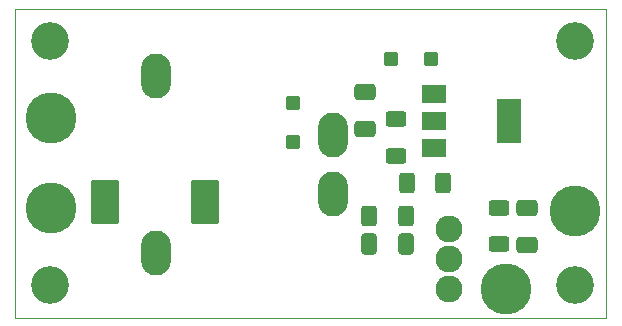
<source format=gbr>
%TF.GenerationSoftware,KiCad,Pcbnew,8.0.0~rc1*%
%TF.CreationDate,2024-01-16T05:38:03-05:00*%
%TF.ProjectId,VTVMbattElim,5654564d-6261-4747-9445-6c696d2e6b69,rev?*%
%TF.SameCoordinates,PX68860e8PY35c5de8*%
%TF.FileFunction,Soldermask,Bot*%
%TF.FilePolarity,Negative*%
%FSLAX46Y46*%
G04 Gerber Fmt 4.6, Leading zero omitted, Abs format (unit mm)*
G04 Created by KiCad (PCBNEW 8.0.0~rc1) date 2024-01-16 05:38:03*
%MOMM*%
%LPD*%
G01*
G04 APERTURE LIST*
G04 Aperture macros list*
%AMRoundRect*
0 Rectangle with rounded corners*
0 $1 Rounding radius*
0 $2 $3 $4 $5 $6 $7 $8 $9 X,Y pos of 4 corners*
0 Add a 4 corners polygon primitive as box body*
4,1,4,$2,$3,$4,$5,$6,$7,$8,$9,$2,$3,0*
0 Add four circle primitives for the rounded corners*
1,1,$1+$1,$2,$3*
1,1,$1+$1,$4,$5*
1,1,$1+$1,$6,$7*
1,1,$1+$1,$8,$9*
0 Add four rect primitives between the rounded corners*
20,1,$1+$1,$2,$3,$4,$5,0*
20,1,$1+$1,$4,$5,$6,$7,0*
20,1,$1+$1,$6,$7,$8,$9,0*
20,1,$1+$1,$8,$9,$2,$3,0*%
G04 Aperture macros list end*
%ADD10C,3.200000*%
%ADD11C,2.286000*%
%ADD12C,4.318000*%
%ADD13O,2.540000X3.810000*%
%ADD14RoundRect,0.250000X-0.625000X0.400000X-0.625000X-0.400000X0.625000X-0.400000X0.625000X0.400000X0*%
%ADD15RoundRect,0.304800X-0.914400X-1.570200X0.914400X-1.570200X0.914400X1.570200X-0.914400X1.570200X0*%
%ADD16RoundRect,0.250000X-0.400000X-0.625000X0.400000X-0.625000X0.400000X0.625000X-0.400000X0.625000X0*%
%ADD17RoundRect,0.250000X-0.650000X0.412500X-0.650000X-0.412500X0.650000X-0.412500X0.650000X0.412500X0*%
%ADD18RoundRect,0.250000X0.400000X0.625000X-0.400000X0.625000X-0.400000X-0.625000X0.400000X-0.625000X0*%
%ADD19RoundRect,0.284091X-0.340909X0.340909X-0.340909X-0.340909X0.340909X-0.340909X0.340909X0.340909X0*%
%ADD20RoundRect,0.250000X0.412500X0.650000X-0.412500X0.650000X-0.412500X-0.650000X0.412500X-0.650000X0*%
%ADD21R,2.000000X1.500000*%
%ADD22R,2.000000X3.800000*%
%ADD23RoundRect,0.284091X-0.340909X-0.340909X0.340909X-0.340909X0.340909X0.340909X-0.340909X0.340909X0*%
%TA.AperFunction,Profile*%
%ADD24C,0.100000*%
%TD*%
G04 APERTURE END LIST*
D10*
%TO.C,H4*%
X2921000Y-23396400D03*
%TD*%
D11*
%TO.C,RV1*%
X36703000Y-18669000D03*
X36703000Y-21209000D03*
X36703000Y-23749000D03*
%TD*%
D12*
%TO.C,TP2*%
X3048000Y-16891000D03*
%TD*%
%TO.C,TP1*%
X3048000Y-9271000D03*
%TD*%
D10*
%TO.C,H2*%
X47371000Y-2771600D03*
%TD*%
D13*
%TO.C,PS1*%
X11882120Y-20667980D03*
X11882120Y-5671820D03*
X26878280Y-15671800D03*
X26878280Y-10668000D03*
%TD*%
D12*
%TO.C,TP4*%
X41529000Y-23749000D03*
%TD*%
D10*
%TO.C,H1*%
X2921000Y-2771600D03*
%TD*%
D12*
%TO.C,TP3*%
X47371000Y-17145000D03*
%TD*%
D10*
%TO.C,H3*%
X47371000Y-23396400D03*
%TD*%
D14*
%TO.C,R5*%
X40920000Y-16865000D03*
X40920000Y-19965000D03*
%TD*%
D15*
%TO.C,F2*%
X7561000Y-16383000D03*
X16061000Y-16383000D03*
%TD*%
D16*
%TO.C,R2*%
X33121000Y-14732000D03*
X36221000Y-14732000D03*
%TD*%
D17*
%TO.C,C2*%
X43345500Y-16852500D03*
X43345500Y-19977500D03*
%TD*%
D18*
%TO.C,R1*%
X33072000Y-17526000D03*
X29972000Y-17526000D03*
%TD*%
D17*
%TO.C,C4*%
X29591000Y-7073500D03*
X29591000Y-10198500D03*
%TD*%
D19*
%TO.C,D2*%
X23495000Y-7975600D03*
X23495000Y-11328400D03*
%TD*%
D20*
%TO.C,C1*%
X33084500Y-19951500D03*
X29959500Y-19951500D03*
%TD*%
D21*
%TO.C,U1*%
X35458000Y-11825000D03*
X35458000Y-9525000D03*
D22*
X41758000Y-9525000D03*
D21*
X35458000Y-7225000D03*
%TD*%
D23*
%TO.C,D1*%
X31813100Y-4229500D03*
X35165900Y-4229500D03*
%TD*%
D14*
%TO.C,R3*%
X32258000Y-9372000D03*
X32258000Y-12472000D03*
%TD*%
D24*
X50038000Y-26162000D02*
X0Y-26162000D01*
X0Y0D02*
X50038000Y0D01*
X0Y-26162000D02*
X0Y0D01*
X50038000Y0D02*
X50038000Y-26162000D01*
M02*

</source>
